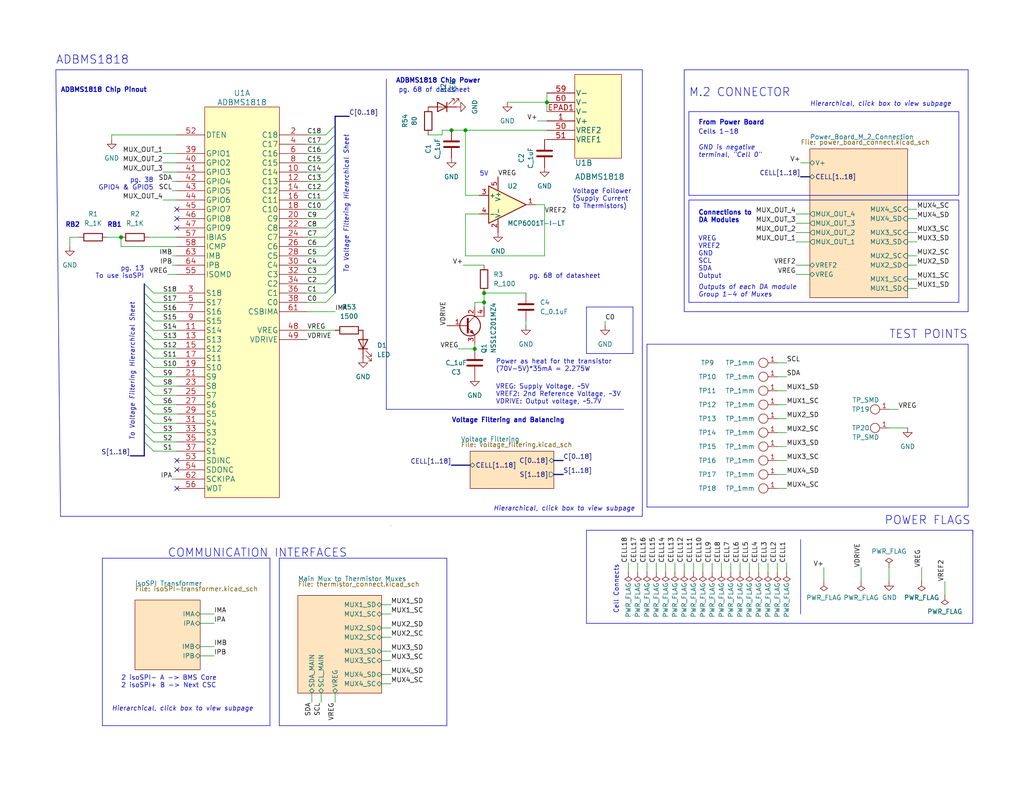
<source format=kicad_sch>
(kicad_sch (version 20231120) (generator "eeschema") (generator_version "8.0")
  (paper "A")
  (title_block (title "MkVI BMS Cell Supervisory Circuit") (date "2022-12-04") (rev "0") (company "Olin Electric Motorsports") (comment 1 "Melissa Kazazic and Dasha Chadiuk"))
  (junction (at 33.02 64.77))
  (junction (at 132.08 82.55))
  (junction (at 123.19 35.56))
  (junction (at 127 35.56))
  (junction (at 129.54 95.25))
  (junction (at 149.225 27.94))
  (junction (at 132.08 80.01))
  (no_connect (at 48.26 57.15))
  (no_connect (at 48.26 59.69))
  (no_connect (at 48.26 62.23))
  (no_connect (at 48.26 133.35))
  (no_connect (at 48.26 125.73))
  (no_connect (at 48.26 128.27))
  (bus_entry (at 91.44 64.77) (size -2.54 2.54))
  (bus_entry (at 39.37 100.33) (size 2.54 2.54))
  (bus_entry (at 91.44 54.61) (size -2.54 2.54))
  (bus_entry (at 91.44 39.37) (size -2.54 2.54))
  (bus_entry (at 91.44 46.99) (size -2.54 2.54))
  (bus_entry (at 91.44 59.69) (size -2.54 2.54))
  (bus_entry (at 39.37 118.11) (size 2.54 2.54))
  (bus_entry (at 39.37 82.55) (size 2.54 2.54))
  (bus_entry (at 39.37 85.09) (size 2.54 2.54))
  (bus_entry (at 39.37 113.03) (size 2.54 2.54))
  (bus_entry (at 91.44 44.45) (size -2.54 2.54))
  (bus_entry (at 91.44 77.47) (size -2.54 2.54))
  (bus_entry (at 91.44 72.39) (size -2.54 2.54))
  (bus_entry (at 91.44 41.91) (size -2.54 2.54))
  (bus_entry (at 91.44 62.23) (size -2.54 2.54))
  (bus_entry (at 39.37 77.47) (size 2.54 2.54))
  (bus_entry (at 39.37 120.65) (size 2.54 2.54))
  (bus_entry (at 39.37 110.49) (size 2.54 2.54))
  (bus_entry (at 39.37 107.95) (size 2.54 2.54))
  (bus_entry (at 39.37 95.25) (size 2.54 2.54))
  (bus_entry (at 91.44 52.07) (size -2.54 2.54))
  (bus_entry (at 39.37 105.41) (size 2.54 2.54))
  (bus_entry (at 91.44 57.15) (size -2.54 2.54))
  (bus_entry (at 39.37 90.17) (size 2.54 2.54))
  (bus_entry (at 39.37 87.63) (size 2.54 2.54))
  (bus_entry (at 39.37 102.87) (size 2.54 2.54))
  (bus_entry (at 91.44 80.01) (size -2.54 2.54))
  (bus_entry (at 91.44 34.29) (size -2.54 2.54))
  (bus_entry (at 91.44 67.31) (size -2.54 2.54))
  (bus_entry (at 91.44 74.93) (size -2.54 2.54))
  (bus_entry (at 39.37 92.71) (size 2.54 2.54))
  (bus_entry (at 91.44 69.85) (size -2.54 2.54))
  (bus_entry (at 39.37 80.01) (size 2.54 2.54))
  (bus_entry (at 39.37 115.57) (size 2.54 2.54))
  (bus_entry (at 91.44 36.83) (size -2.54 2.54))
  (bus_entry (at 39.37 97.79) (size 2.54 2.54))
  (bus_entry (at 91.44 49.53) (size -2.54 2.54))
  (wire (pts (xy 247.65 63.5) (xy 250.19 63.5)))
  (wire (pts (xy 217.17 72.39) (xy 220.98 72.39)))
  (bus (pts (xy 220.98 48.26) (xy 218.44 48.26)))
  (wire (pts (xy 149.225 25.4) (xy 149.225 27.94)))
  (wire (pts (xy 30.48 36.83) (xy 48.26 36.83)))
  (wire (pts (xy 212.09 99.06) (xy 214.63 99.06)))
  (bus (pts (xy 39.37 118.11) (xy 39.37 120.65)))
  (wire (pts (xy 21.59 64.77) (xy 19.05 64.77)))
  (wire (pts (xy 83.82 74.93) (xy 88.9 74.93)))
  (wire (pts (xy 247.65 72.39) (xy 250.19 72.39)))
  (wire (pts (xy 212.09 102.87) (xy 214.63 102.87)))
  (wire (pts (xy 54.61 176.53) (xy 58.42 176.53)))
  (wire (pts (xy 83.82 69.85) (xy 88.9 69.85)))
  (wire (pts (xy 247.65 59.69) (xy 250.19 59.69)))
  (polyline (pts (xy 73.66 198.12) (xy 73.66 152.4)))
  (wire (pts (xy 41.91 123.19) (xy 48.26 123.19)))
  (wire (pts (xy 41.91 95.25) (xy 48.26 95.25)))
  (wire (pts (xy 85.09 189.23) (xy 85.09 191.77)))
  (polyline (pts (xy 261.62 82.55) (xy 261.62 54.61)))
  (wire (pts (xy 41.91 97.79) (xy 48.26 97.79)))
  (wire (pts (xy 83.82 52.07) (xy 88.9 52.07)))
  (bus (pts (xy 35.56 124.46) (xy 39.37 124.46)))
  (wire (pts (xy 191.77 153.67) (xy 191.77 156.21)))
  (wire (pts (xy 217.17 66.04) (xy 220.98 66.04)))
  (wire (pts (xy 176.53 153.67) (xy 176.53 156.21)))
  (wire (pts (xy 212.09 106.68) (xy 214.63 106.68)))
  (wire (pts (xy 247.65 66.04) (xy 250.19 66.04)))
  (wire (pts (xy 41.91 100.33) (xy 48.26 100.33)))
  (bus (pts (xy 39.37 95.25) (xy 39.37 97.79)))
  (wire (pts (xy 83.82 59.69) (xy 88.9 59.69)))
  (bus (pts (xy 91.44 34.29) (xy 91.44 36.83)))
  (wire (pts (xy 83.82 82.55) (xy 88.9 82.55)))
  (wire (pts (xy 132.08 83.82) (xy 132.08 82.55)))
  (bus (pts (xy 39.37 82.55) (xy 39.37 80.01)))
  (wire (pts (xy 127 53.34) (xy 130.81 53.34)))
  (bus (pts (xy 91.44 77.47) (xy 91.44 80.01)))
  (wire (pts (xy 127 35.56) (xy 127 53.34)))
  (polyline (pts (xy 113.03 19.05) (xy 175.26 19.05)))
  (bus (pts (xy 91.44 39.37) (xy 91.44 41.91)))
  (wire (pts (xy 251.46 158.75) (xy 251.46 154.94)))
  (polyline (pts (xy 187.96 30.48) (xy 187.96 53.34)))
  (wire (pts (xy 242.57 154.94) (xy 242.57 158.75)))
  (bus (pts (xy 91.44 69.85) (xy 91.44 72.39)))
  (wire (pts (xy 41.91 87.63) (xy 48.26 87.63)))
  (wire (pts (xy 83.82 41.91) (xy 88.9 41.91)))
  (wire (pts (xy 41.91 80.01) (xy 48.26 80.01)))
  (polyline (pts (xy 264.16 19.05) (xy 264.16 85.09)))
  (wire (pts (xy 212.09 153.67) (xy 212.09 156.21)))
  (bus (pts (xy 39.37 105.41) (xy 39.37 107.95)))
  (wire (pts (xy 125.095 95.25) (xy 129.54 95.25)))
  (bus (pts (xy 39.37 115.57) (xy 39.37 118.11)))
  (wire (pts (xy 83.82 62.23) (xy 88.9 62.23)))
  (bus (pts (xy 91.44 31.75) (xy 91.44 34.29)))
  (bus (pts (xy 91.44 57.15) (xy 91.44 59.69)))
  (wire (pts (xy 41.91 82.55) (xy 48.26 82.55)))
  (wire (pts (xy 29.21 64.77) (xy 33.02 64.77)))
  (wire (pts (xy 247.65 78.74) (xy 250.19 78.74)))
  (wire (pts (xy 247.65 57.15) (xy 250.19 57.15)))
  (wire (pts (xy 199.39 153.67) (xy 199.39 156.21)))
  (bus (pts (xy 91.44 52.07) (xy 91.44 54.61)))
  (wire (pts (xy 217.17 60.96) (xy 220.98 60.96)))
  (polyline (pts (xy 76.2 152.4) (xy 76.2 198.12)))
  (wire (pts (xy 165.1 87.63) (xy 165.1 88.9)))
  (polyline (pts (xy 176.53 93.98) (xy 176.53 138.43)))
  (wire (pts (xy 127 58.42) (xy 130.81 58.42)))
  (wire (pts (xy 91.44 191.77) (xy 91.44 189.23)))
  (wire (pts (xy 19.05 64.77) (xy 19.05 67.31)))
  (wire (pts (xy 33.02 67.31) (xy 33.02 64.77)))
  (bus (pts (xy 91.44 36.83) (xy 91.44 39.37)))
  (wire (pts (xy 46.99 130.81) (xy 48.26 130.81)))
  (wire (pts (xy 46.99 69.85) (xy 48.26 69.85)))
  (wire (pts (xy 123.19 35.56) (xy 127 35.56)))
  (polyline (pts (xy 160.02 83.82) (xy 160.02 96.52)))
  (polyline (pts (xy 186.69 19.05) (xy 186.69 85.09)))
  (wire (pts (xy 234.95 158.75) (xy 234.95 154.94)))
  (polyline (pts (xy 187.96 54.61) (xy 187.96 82.55)))
  (wire (pts (xy 104.14 180.34) (xy 106.68 180.34)))
  (wire (pts (xy 148.59 55.88) (xy 148.59 69.85)))
  (wire (pts (xy 247.65 116.84) (xy 242.57 116.84)))
  (polyline (pts (xy 160.02 144.78) (xy 160.02 170.18)))
  (polyline (pts (xy 76.2 152.4) (xy 121.92 152.4)))
  (polyline (pts (xy 265.43 144.78) (xy 265.43 170.18)))
  (wire (pts (xy 212.09 121.92) (xy 214.63 121.92)))
  (polyline (pts (xy 265.43 144.78) (xy 265.43 146.05)))
  (wire (pts (xy 207.01 153.67) (xy 207.01 156.21)))
  (polyline (pts (xy 261.62 53.34) (xy 261.62 30.48)))
  (wire (pts (xy 214.63 153.67) (xy 214.63 156.21)))
  (bus (pts (xy 39.37 100.33) (xy 39.37 102.87)))
  (polyline (pts (xy 187.96 82.55) (xy 261.62 82.55)))
  (wire (pts (xy 212.09 114.3) (xy 214.63 114.3)))
  (polyline (pts (xy 15.24 19.05) (xy 113.03 19.05)))
  (wire (pts (xy 46.99 52.07) (xy 48.26 52.07)))
  (wire (pts (xy 217.17 74.93) (xy 220.98 74.93)))
  (wire (pts (xy 143.51 87.63) (xy 143.51 88.9)))
  (polyline (pts (xy 105.41 21.59) (xy 105.41 105.41)))
  (wire (pts (xy 41.91 105.41) (xy 48.26 105.41)))
  (wire (pts (xy 54.61 170.18) (xy 58.42 170.18)))
  (wire (pts (xy 83.82 77.47) (xy 88.9 77.47)))
  (bus (pts (xy 151.13 125.73) (xy 153.67 125.73)))
  (polyline (pts (xy 27.94 152.4) (xy 27.94 198.12)))
  (wire (pts (xy 127 58.42) (xy 127 69.85)))
  (bus (pts (xy 91.44 64.77) (xy 91.44 67.31)))
  (polyline (pts (xy 264.16 85.09) (xy 186.69 85.09)))
  (wire (pts (xy 46.99 49.53) (xy 48.26 49.53)))
  (polyline (pts (xy 218.44 147.32) (xy 218.44 167.64)))
  (wire (pts (xy 212.09 133.35) (xy 214.63 133.35)))
  (wire (pts (xy 41.91 90.17) (xy 48.26 90.17)))
  (wire (pts (xy 104.14 186.69) (xy 106.68 186.69)))
  (wire (pts (xy 126.365 72.39) (xy 132.08 72.39)))
  (bus (pts (xy 91.44 67.31) (xy 91.44 69.85)))
  (wire (pts (xy 127 69.85) (xy 148.59 69.85)))
  (wire (pts (xy 257.81 162.56) (xy 257.81 158.75)))
  (polyline (pts (xy 264.16 93.98) (xy 264.16 138.43)))
  (wire (pts (xy 132.08 80.01) (xy 132.08 82.55)))
  (wire (pts (xy 41.91 118.11) (xy 48.26 118.11)))
  (wire (pts (xy 245.11 111.76) (xy 242.57 111.76)))
  (wire (pts (xy 196.85 153.67) (xy 196.85 156.21)))
  (wire (pts (xy 120.65 35.56) (xy 123.19 35.56)))
  (wire (pts (xy 104.14 165.1) (xy 106.68 165.1)))
  (bus (pts (xy 91.44 59.69) (xy 91.44 62.23)))
  (wire (pts (xy 181.61 153.67) (xy 181.61 156.21)))
  (bus (pts (xy 91.44 62.23) (xy 91.44 64.77)))
  (polyline (pts (xy 187.96 53.34) (xy 261.62 53.34)))
  (bus (pts (xy 39.37 92.71) (xy 39.37 95.25)))
  (wire (pts (xy 91.44 85.09) (xy 83.82 85.09)))
  (wire (pts (xy 83.82 36.83) (xy 88.9 36.83)))
  (wire (pts (xy 83.82 67.31) (xy 88.9 67.31)))
  (bus (pts (xy 39.37 85.09) (xy 39.37 87.63)))
  (wire (pts (xy 104.14 184.15) (xy 106.68 184.15)))
  (wire (pts (xy 83.82 46.99) (xy 88.9 46.99)))
  (bus (pts (xy 39.37 87.63) (xy 39.37 90.17)))
  (wire (pts (xy 212.09 129.54) (xy 214.63 129.54)))
  (wire (pts (xy 41.91 102.87) (xy 48.26 102.87)))
  (polyline (pts (xy 27.94 152.4) (xy 73.66 152.4)))
  (wire (pts (xy 41.91 85.09) (xy 48.26 85.09)))
  (bus (pts (xy 39.37 124.46) (xy 39.37 120.65)))
  (polyline (pts (xy 106.68 143.51) (xy 106.68 143.51)))
  (wire (pts (xy 45.72 74.93) (xy 48.26 74.93)))
  (polyline (pts (xy 105.41 105.41) (xy 105.41 111.76)))
  (wire (pts (xy 83.82 44.45) (xy 88.9 44.45)))
  (wire (pts (xy 40.64 64.77) (xy 48.26 64.77)))
  (bus (pts (xy 39.37 113.03) (xy 39.37 115.57)))
  (wire (pts (xy 212.09 118.11) (xy 214.63 118.11)))
  (wire (pts (xy 146.05 55.88) (xy 148.59 55.88)))
  (wire (pts (xy 212.09 125.73) (xy 214.63 125.73)))
  (wire (pts (xy 149.225 27.94) (xy 138.43 27.94)))
  (wire (pts (xy 201.93 153.67) (xy 201.93 156.21)))
  (wire (pts (xy 149.225 27.94) (xy 149.225 30.48)))
  (wire (pts (xy 173.99 153.67) (xy 173.99 156.21)))
  (bus (pts (xy 91.44 44.45) (xy 91.44 46.99)))
  (wire (pts (xy 44.45 54.61) (xy 48.26 54.61)))
  (wire (pts (xy 41.91 120.65) (xy 48.26 120.65)))
  (wire (pts (xy 41.91 115.57) (xy 48.26 115.57)))
  (wire (pts (xy 44.45 44.45) (xy 48.26 44.45)))
  (wire (pts (xy 44.45 46.99) (xy 48.26 46.99)))
  (polyline (pts (xy 265.43 170.18) (xy 160.02 170.18)))
  (wire (pts (xy 54.61 179.07) (xy 58.42 179.07)))
  (polyline (pts (xy 175.26 19.05) (xy 175.26 140.97)))
  (polyline (pts (xy 186.69 19.05) (xy 264.16 19.05)))
  (wire (pts (xy 104.14 171.45) (xy 106.68 171.45)))
  (wire (pts (xy 83.82 80.01) (xy 88.9 80.01)))
  (wire (pts (xy 83.82 64.77) (xy 88.9 64.77)))
  (wire (pts (xy 217.17 58.42) (xy 220.98 58.42)))
  (wire (pts (xy 46.99 72.39) (xy 48.26 72.39)))
  (wire (pts (xy 217.17 63.5) (xy 220.98 63.5)))
  (wire (pts (xy 132.08 82.55) (xy 129.54 82.55)))
  (wire (pts (xy 189.23 153.67) (xy 189.23 156.21)))
  (wire (pts (xy 204.47 153.67) (xy 204.47 156.21)))
  (wire (pts (xy 218.44 44.45) (xy 220.98 44.45)))
  (wire (pts (xy 116.84 36.83) (xy 120.65 36.83)))
  (polyline (pts (xy 160.02 144.78) (xy 265.43 144.78)))
  (polyline (pts (xy 264.16 138.43) (xy 176.53 138.43)))
  (bus (pts (xy 39.37 110.49) (xy 39.37 113.03)))
  (wire (pts (xy 186.69 153.67) (xy 186.69 156.21)))
  (wire (pts (xy 104.14 177.8) (xy 106.68 177.8)))
  (bus (pts (xy 91.44 49.53) (xy 91.44 52.07)))
  (polyline (pts (xy 187.96 54.61) (xy 261.62 54.61)))
  (wire (pts (xy 171.45 153.67) (xy 171.45 156.21)))
  (wire (pts (xy 194.31 153.67) (xy 194.31 156.21)))
  (wire (pts (xy 148.59 38.1) (xy 149.225 38.1)))
  (wire (pts (xy 209.55 153.67) (xy 209.55 156.21)))
  (bus (pts (xy 91.44 54.61) (xy 91.44 57.15)))
  (wire (pts (xy 41.91 113.03) (xy 48.26 113.03)))
  (polyline (pts (xy 121.92 198.12) (xy 121.92 152.4)))
  (wire (pts (xy 48.26 67.31) (xy 33.02 67.31)))
  (wire (pts (xy 83.82 57.15) (xy 88.9 57.15)))
  (polyline (pts (xy 176.53 93.98) (xy 264.16 93.98)))
  (wire (pts (xy 146.685 33.02) (xy 149.225 33.02)))
  (polyline (pts (xy 16.51 140.97) (xy 15.24 19.05)))
  (wire (pts (xy 127 35.56) (xy 149.225 35.56)))
  (bus (pts (xy 91.44 74.93) (xy 91.44 77.47)))
  (wire (pts (xy 247.65 76.2) (xy 250.19 76.2)))
  (wire (pts (xy 104.14 173.99) (xy 106.68 173.99)))
  (polyline (pts (xy 172.72 83.82) (xy 172.72 96.52)))
  (wire (pts (xy 54.61 167.64) (xy 58.42 167.64)))
  (bus (pts (xy 39.37 107.95) (xy 39.37 110.49)))
  (wire (pts (xy 247.65 69.85) (xy 250.19 69.85)))
  (wire (pts (xy 41.91 92.71) (xy 48.26 92.71)))
  (wire (pts (xy 41.91 107.95) (xy 48.26 107.95)))
  (wire (pts (xy 87.63 189.23) (xy 87.63 191.77)))
  (polyline (pts (xy 105.41 111.76) (xy 170.18 111.76)))
  (wire (pts (xy 212.09 110.49) (xy 214.63 110.49)))
  (bus (pts (xy 151.13 129.54) (xy 153.67 129.54)))
  (bus (pts (xy 91.44 72.39) (xy 91.44 74.93)))
  (bus (pts (xy 39.37 77.47) (xy 39.37 80.01)))
  (wire (pts (xy 120.65 36.83) (xy 120.65 35.56)))
  (bus (pts (xy 39.37 102.87) (xy 39.37 105.41)))
  (polyline (pts (xy 175.26 140.97) (xy 16.51 140.97)))
  (wire (pts (xy 30.48 36.83) (xy 30.48 38.1)))
  (wire (pts (xy 83.82 39.37) (xy 88.9 39.37)))
  (bus (pts (xy 39.37 82.55) (xy 39.37 85.09)))
  (polyline (pts (xy 160.02 83.82) (xy 172.72 83.82)))
  (wire (pts (xy 83.82 49.53) (xy 88.9 49.53)))
  (wire (pts (xy 104.14 167.64) (xy 106.68 167.64)))
  (wire (pts (xy 224.79 158.75) (xy 224.79 154.94)))
  (polyline (pts (xy 172.72 96.52) (xy 160.02 96.52)))
  (wire (pts (xy 184.15 153.67) (xy 184.15 156.21)))
  (wire (pts (xy 83.82 54.61) (xy 88.9 54.61)))
  (polyline (pts (xy 27.94 198.12) (xy 73.66 198.12)))
  (wire (pts (xy 129.54 95.25) (xy 129.54 93.98)))
  (bus (pts (xy 95.25 31.75) (xy 91.44 31.75)))
  (wire (pts (xy 179.07 153.67) (xy 179.07 156.21)))
  (bus (pts (xy 123.19 127) (xy 128.27 127)))
  (bus (pts (xy 39.37 90.17) (xy 39.37 92.71)))
  (wire (pts (xy 129.54 82.55) (xy 129.54 83.82)))
  (wire (pts (xy 132.08 80.01) (xy 143.51 80.01)))
  (polyline (pts (xy 76.2 198.12) (xy 121.92 198.12)))
  (wire (pts (xy 41.91 110.49) (xy 48.26 110.49)))
  (bus (pts (xy 91.44 46.99) (xy 91.44 49.53)))
  (bus (pts (xy 91.44 41.91) (xy 91.44 44.45)))
  (bus (pts (xy 39.37 97.79) (xy 39.37 100.33)))
  (wire (pts (xy 83.82 72.39) (xy 88.9 72.39)))
  (wire (pts (xy 83.82 90.17) (xy 91.44 90.17)))
  (wire (pts (xy 44.45 41.91) (xy 48.26 41.91)))
  (polyline (pts (xy 187.96 30.48) (xy 261.62 30.48)))
  (text "pg. 13\nTo use isoSPI" (at 39.37 76.2 0) (effects (font (size 1.27 1.27)) (justify right bottom)))
  (text "5V" (at 130.81 48.26 0) (effects (font (size 1.27 1.27)) (justify left bottom)))
  (text "Hierarchical, click box to view subpage" (at 134.62 139.7 0) (effects (font (size 1.27 1.27) (italic yes)) (justify left bottom)))
  (text "From Power Board" (at 190.5 34.29 0) (effects (font (size 1.27 1.27) (thickness 0.254) (bold yes)) (justify left bottom)))
  (text "Power as heat for the transistor\n(70V-5V)*35mA = 2.275W" (at 135.255 101.6 0) (effects (font (size 1.27 1.27)) (justify left bottom)))
  (text "pg. 68 of datasheet" (at 128.27 25.4 0) (effects (font (size 1.27 1.27)) (justify right bottom)))
  (text "Cells 1-18" (at 190.5 36.83 0) (effects (font (size 1.27 1.27)) (justify left bottom)))
  (text "ADBMS1818 Chip Pinout" (at 16.51 25.4 0) (effects (font (size 1.27 1.27) (thickness 0.254) (bold yes)) (justify left bottom)))
  (text "Outputs of each DA module\nGroup 1-4 of Muxes" (at 190.5 81.28 0) (effects (font (size 1.27 1.27) (italic yes)) (justify left bottom)))
  (text "pg. 68 of datasheet" (at 163.83 76.2 0) (effects (font (size 1.27 1.27)) (justify right bottom)))
  (text "RB2" (at 17.78 62.23 0) (effects (font (size 1.27 1.27) (thickness 0.254) (bold yes)) (justify left bottom)))
  (text "2 isoSPI- A -> BMS Core\n2 isoSPI+ B -> Next CSC" (at 33.02 187.96 0) (effects (font (size 1.27 1.27)) (justify left bottom)))
  (text "COMMUNICATION INTERFACES" (at 45.72 152.4 0) (effects (font (size 2.2606 2.2606)) (justify left bottom)))
  (text "Voltage Filtering and Balancing" (at 123.19 115.57 0) (effects (font (size 1.27 1.27) (thickness 0.254) (bold yes)) (justify left bottom)))
  (text "Hierarchical, click box to view subpage" (at 30.48 194.31 0) (effects (font (size 1.27 1.27) (italic yes)) (justify left bottom)))
  (text "Voltage Follower\n(Supply Current\nto Thermistors)" (at 156.21 57.15 0) (effects (font (size 1.27 1.27)) (justify left bottom)))
  (text "ADBMS1818 Chip Power" (at 107.95 22.86 0) (effects (font (size 1.27 1.27) (thickness 0.254) (bold yes)) (justify left bottom)))
  (text "VREG\nVREF2\nGND\nSCL\nSDA\nOutput" (at 190.5 76.2 0) (effects (font (size 1.27 1.27)) (justify left bottom)))
  (text "VREG: Supply Voltage, ~5V\nVREF2: 2nd Reference Voltage, ~3V\nVDRIVE: Output voltage, ~5.7V" (at 135.255 110.49 0) (effects (font (size 1.27 1.27)) (justify left bottom)))
  (text "pg. 38\nGPIO4 & GPIO5" (at 41.91 52.07 0) (effects (font (size 1.27 1.27)) (justify right bottom)))
  (text "Connections to\nDA Modules" (at 190.5 60.96 0) (effects (font (size 1.27 1.27) (thickness 0.254) (bold yes)) (justify left bottom)))
  (text "To Voltage Filtering Hierarchical Sheet" (at 36.83 82.55 90) (effects (font (size 1.27 1.27) (italic yes)) (justify right bottom)))
  (text "Hierarchical, click box to view subpage" (at 220.98 29.21 0) (effects (font (size 1.27 1.27) (italic yes)) (justify left bottom)))
  (text "To Voltage Filtering Hierarchical Sheet" (at 95.25 36.83 90) (effects (font (size 1.27 1.27) (italic yes)) (justify right bottom)))
  (text "ADBMS1818" (at 15.24 17.78 0) (effects (font (size 2.2606 2.2606)) (justify left bottom)))
  (text "Cell Connects" (at 168.91 167.64 90) (effects (font (size 1.27 1.27)) (justify left bottom)))
  (text "RB1" (at 29.21 62.23 0) (effects (font (size 1.27 1.27) (thickness 0.254) (bold yes)) (justify left bottom)))
  (text "POWER FLAGS\n" (at 241.3 143.51 0) (effects (font (size 2.2606 2.2606)) (justify left bottom)))
  (text "M.2 CONNECTOR" (at 187.96 26.67 0) (effects (font (size 2.2606 2.2606)) (justify left bottom)))
  (text "GND is negative\nterminal, \"Cell 0\"" (at 190.5 43.18 0) (effects (font (size 1.27 1.27) (italic yes)) (justify left bottom)))
  (text "TEST POINTS" (at 242.57 92.71 0) (effects (font (size 2.2606 2.2606)) (justify left bottom)))
  (label "VREG" (at 251.46 154.94 90))
  (label "VREG" (at 125.095 95.25 180))
  (label "C3" (at 83.82 74.93 0))
  (label "V+" (at 126.365 72.39 180))
  (label "SDA" (at 85.09 191.77 270))
  (label "IMA" (at 91.44 85.09 0))
  (label "S7" (at 44.45 107.95 0))
  (label "CELL17" (at 173.99 153.67 90))
  (label "MUX2_SC" (at 214.63 118.11 0))
  (label "MUX_OUT_4" (at 44.45 54.61 180))
  (label "MUX_OUT_3" (at 44.45 46.99 180))
  (label "CELL6" (at 201.93 153.67 90))
  (label "VDRIVE" (at 121.92 88.9 90))
  (label "MUX_OUT_1" (at 217.17 66.04 180))
  (label "IPA" (at 46.99 130.81 180))
  (label "S3" (at 44.45 118.11 0))
  (label "VREG" (at 245.11 111.76 0))
  (label "CELL2" (at 212.09 153.67 90))
  (label "VDRIVE" (at 234.95 154.94 90))
  (label "C4" (at 83.82 72.39 0))
  (label "IMA" (at 58.42 167.64 0))
  (label "S10" (at 44.45 100.33 0))
  (label "C2" (at 83.82 77.47 0))
  (label "CELL13" (at 184.15 153.67 90))
  (label "VREF2" (at 257.81 158.75 90))
  (label "MUX1_SC" (at 106.68 167.64 0))
  (label "MUX1_SC" (at 250.19 76.2 0))
  (label "C11" (at 83.82 54.61 0))
  (label "MUX1_SD" (at 106.68 165.1 0))
  (label "MUX2_SC" (at 250.19 69.85 0))
  (label "MUX3_SC" (at 214.63 125.73 0))
  (label "CELL9" (at 194.31 153.67 90))
  (label "C1" (at 83.82 80.01 0))
  (label "VREG" (at 217.17 74.93 180))
  (label "CELL8" (at 196.85 153.67 90))
  (label "CELL3" (at 209.55 153.67 90))
  (label "VREG" (at 135.89 48.26 0))
  (label "VREG" (at 91.44 191.77 270))
  (label "S12" (at 44.45 95.25 0))
  (label "CELL1" (at 214.63 153.67 90))
  (label "MUX4_SD" (at 106.68 184.15 0))
  (label "C15" (at 83.82 44.45 0))
  (label "MUX4_SD" (at 214.63 129.54 0))
  (label "S17" (at 44.45 82.55 0))
  (label "S11" (at 44.45 97.79 0))
  (label "C0" (at 83.82 82.55 0))
  (label "MUX3_SD" (at 214.63 121.92 0))
  (label "MUX2_SD" (at 214.63 114.3 0))
  (label "C13" (at 83.82 49.53 0))
  (label "S1" (at 44.45 123.19 0))
  (label "IPA" (at 58.42 170.18 0))
  (label "VREG" (at 45.72 74.93 180))
  (label "CELL12" (at 186.69 153.67 90))
  (label "C9" (at 83.82 59.69 0))
  (label "VREF2" (at 148.59 58.42 0))
  (label "SCL" (at 214.63 99.06 0))
  (label "MUX_OUT_3" (at 217.17 60.96 180))
  (label "C16" (at 83.82 41.91 0))
  (label "C6" (at 83.82 67.31 0))
  (label "VDRIVE" (at 83.82 92.71 0))
  (label "SCL" (at 87.63 191.77 270))
  (label "MUX_OUT_2" (at 217.17 63.5 180))
  (label "C5" (at 83.82 69.85 0))
  (label "V+" (at 218.44 44.45 180))
  (label "VREG" (at 83.82 90.17 0))
  (label "C10" (at 83.82 57.15 0))
  (label "C0" (at 165.1 87.63 0))
  (label "CELL14" (at 181.61 153.67 90))
  (label "IPB" (at 58.42 179.07 0))
  (label "MUX3_SD" (at 250.19 66.04 0))
  (label "MUX2_SC" (at 106.68 173.99 0))
  (label "C[0..18]" (at 153.67 125.73 0))
  (label "S[1..18]" (at 35.56 124.46 180))
  (label "CELL7" (at 199.39 153.67 90))
  (label "MUX4_SC" (at 106.68 186.69 0))
  (label "CELL10" (at 191.77 153.67 90))
  (label "S8" (at 44.45 105.41 0))
  (label "S5" (at 44.45 113.03 0))
  (label "IMB" (at 46.99 69.85 180))
  (label "MUX_OUT_4" (at 217.17 58.42 180))
  (label "CELL18" (at 171.45 153.67 90))
  (label "MUX_OUT_1" (at 44.45 41.91 180))
  (label "CELL5" (at 204.47 153.67 90))
  (label "S[1..18]" (at 153.67 129.54 0))
  (label "C8" (at 83.82 62.23 0))
  (label "SDA" (at 214.63 102.87 0))
  (label "MUX3_SD" (at 106.68 177.8 0))
  (label "S15" (at 44.45 87.63 0))
  (label "C[0..18]" (at 95.25 31.75 0))
  (label "S16" (at 44.45 85.09 0))
  (label "S4" (at 44.45 115.57 0))
  (label "CELL[1..18]" (at 123.19 127 180))
  (label "S13" (at 44.45 92.71 0))
  (label "SDA" (at 46.99 49.53 180))
  (label "S6" (at 44.45 110.49 0))
  (label "MUX3_SC" (at 250.19 63.5 0))
  (label "MUX1_SD" (at 214.63 106.68 0))
  (label "MUX2_SD" (at 250.19 72.39 0))
  (label "MUX4_SC" (at 214.63 133.35 0))
  (label "MUX4_SD" (at 250.19 59.69 0))
  (label "CELL4" (at 207.01 153.67 90))
  (label "S9" (at 44.45 102.87 0))
  (label "C18" (at 83.82 36.83 0))
  (label "CELL11" (at 189.23 153.67 90))
  (label "MUX1_SC" (at 214.63 110.49 0))
  (label "MUX2_SD" (at 106.68 171.45 0))
  (label "CELL15" (at 179.07 153.67 90))
  (label "CELL[1..18]" (at 218.44 48.26 180))
  (label "S14" (at 44.45 90.17 0))
  (label "MUX4_SC" (at 250.19 57.15 0))
  (label "C7" (at 83.82 64.77 0))
  (label "MUX1_SD" (at 250.19 78.74 0))
  (label "VREF2" (at 217.17 72.39 180))
  (label "C17" (at 83.82 39.37 0))
  (label "C14" (at 83.82 46.99 0))
  (label "MUX_OUT_2" (at 44.45 44.45 180))
  (label "MUX3_SC" (at 106.68 180.34 0))
  (label "S2" (at 44.45 120.65 0))
  (label "IMB" (at 58.42 176.53 0))
  (label "CELL16" (at 176.53 153.67 90))
  (label "SCL" (at 46.99 52.07 180))
  (label "V+" (at 146.685 33.02 180))
  (label "S18" (at 44.45 80.01 0))
  (label "C12" (at 83.82 52.07 0))
  (label "IPB" (at 46.99 72.39 180))
  (label "V+" (at 224.79 154.94 180))
  (symbol (lib_id "power:PWR_FLAG") (at 212.09 156.21 180) (unit 1)
    (property "Reference" "#FLG?" (effects (hide yes)))
    (property "Value" "PWR_FLAG" (at 212.09 163.83 90))
  )
  (symbol (lib_id "OEM:1KR") (at 36.83 64.77 90) (unit 1)
    (property "Reference" "R2" (at 36.83 58.42 90))
    (property "Value" "R_1K" (at 36.83 60.96 90))
    (property "Footprint" "OEM:R_0603" (effects (hide yes)))
    (property "Datasheet" "${OEM_DIR}/parts/datasheets/stackpole_RMCF_RMCP.pdf" (effects (hide yes)))
    (property "MFN" "Stackpole Electronics" (effects (hide yes)))
    (property "MPN" "RMCF0603FT1K00" (effects (hide yes)))
    (property "DKPN" "RMCF0603FT1K00TR-ND" (effects (hide yes)))
    (property "NewDesigns" "YES" (effects (hide yes)))
    (property "Stocked" "Reel" (effects (hide yes)))
    (property "Package" "0603" (effects (hide yes)))
    (property "Style" "SMD" (effects (hide yes)))
  )
  (symbol (lib_id "OEM:TP_1mm") (at 210.82 114.3 90) (unit 1) (in_bom no)
    (property "Reference" "TP13" (at 193.04 114.3 90))
    (property "Value" "TP_1mm" (at 201.93 114.3 90))
    (property "Footprint" "TestPoint:TestPoint_Pad_D1.0mm" (effects (hide yes)))
    (property "NewDesigns" "YES" (effects (hide yes)))
    (property "Package" "Custom" (effects (hide yes)))
    (property "Style" "SMD" (effects (hide yes)))
  )
  (symbol (lib_id "power:PWR_FLAG") (at 209.55 156.21 180) (unit 1)
    (property "Reference" "#FLG?" (effects (hide yes)))
    (property "Value" "PWR_FLAG" (at 209.55 163.83 90))
  )
  (symbol (lib_id "power:PWR_FLAG") (at 224.79 158.75 180) (unit 1)
    (property "Reference" "#FLG?" (effects (hide yes)))
    (property "Value" "PWR_FLAG" (at 224.79 163.1696 0))
  )
  (symbol (lib_id "power:GND") (at 138.43 27.94 0) (unit 1)
    (property "Reference" "#PWR?" (effects (hide yes)))
    (property "Value" "GND" (at 138.43 33.02 0))
  )
  (symbol (lib_id "power:PWR_FLAG") (at 184.15 156.21 180) (unit 1)
    (property "Reference" "#FLG?" (effects (hide yes)))
    (property "Value" "PWR_FLAG" (at 184.15 163.83 90))
  )
  (symbol (lib_name "GND_1") (lib_id "power:GND") (at 124.46 29.21 90) (unit 1)
    (property "Reference" "#PWR?" (effects (hide yes)))
    (property "Value" "GND" (at 129.54 29.21 0))
    (property "Description" "Power symbol creates a global label with name \"GND\" , ground" (effects (hide yes)))
  )
  (symbol (lib_id "power:GND") (at 148.59 45.72 0) (unit 1)
    (property "Reference" "#PWR?" (effects (hide yes)))
    (property "Value" "GND" (at 148.59 50.8 0))
  )
  (symbol (lib_id "power:GND") (at 19.05 67.31 0) (unit 1)
    (property "Reference" "#PWR?" (effects (hide yes)))
    (property "Value" "GND" (at 19.05 72.39 0))
  )
  (symbol (lib_id "OEM:ADBMS1818") (at 163.195 30.48 0) (unit 2)
    (property "Reference" "U1" (at 156.845 44.45 0) (effects (font (size 1.524 1.524)) (justify left)))
    (property "Value" "ADBMS1818" (at 156.845 48.26 0) (effects (font (size 1.524 1.524)) (justify left)))
    (property "Footprint" "footprints:LQFP-64-1EP_12x12_P0.5" (effects (hide yes)))
    (property "Datasheet" "https://www.analog.com/media/en/technical-documentation/data-sheets/adbms1818.pdf" (effects (hide yes)))
    (property "MPN" "ADBMS1818" (effects (hide yes)))
    (property "MFN" "Analog Devices" (effects (hide yes)))
    (property "DKPN" "SAMPLE" (effects (hide yes)))
    (property "Stocked" "No" (effects (hide yes)))
    (property "Package" "64-LQFP Exposed Pad" (effects (hide yes)))
    (property "Style" "SMD" (effects (hide yes)))
    (property "NewDesigns" "CHECK STOCK" (effects (hide yes)))
  )
  (symbol (lib_id "OEM:1KR") (at 25.4 64.77 90) (unit 1)
    (property "Reference" "R1" (at 25.4 58.42 90))
    (property "Value" "R_1K" (at 25.4 60.96 90))
    (property "Footprint" "OEM:R_0603" (effects (hide yes)))
    (property "Datasheet" "${OEM_DIR}/parts/datasheets/stackpole_RMCF_RMCP.pdf" (effects (hide yes)))
    (property "MFN" "Stackpole Electronics" (effects (hide yes)))
    (property "MPN" "RMCF0603FT1K00" (effects (hide yes)))
    (property "DKPN" "RMCF0603FT1K00TR-ND" (effects (hide yes)))
    (property "NewDesigns" "YES" (effects (hide yes)))
    (property "Stocked" "Reel" (effects (hide yes)))
    (property "Package" "0603" (effects (hide yes)))
    (property "Style" "SMD" (effects (hide yes)))
  )
  (symbol (lib_id "power:PWR_FLAG") (at 186.69 156.21 180) (unit 1)
    (property "Reference" "#FLG?" (effects (hide yes)))
    (property "Value" "PWR_FLAG" (at 186.69 163.83 90))
  )
  (symbol (lib_id "power:GND") (at 143.51 88.9 0) (unit 1)
    (property "Reference" "#PWR?" (effects (hide yes)))
    (property "Value" "GND" (at 143.51 93.98 0))
  )
  (symbol (lib_id "OEM:0u1F") (at 143.51 83.82 0) (unit 1)
    (property "Reference" "C4" (at 147.32 82.5499 0) (effects (justify left)))
    (property "Value" "C_0.1uF" (at 147.32 85.0899 0) (effects (justify left)))
    (property "Footprint" "OEM:C_0603" (effects (hide yes)))
    (property "Datasheet" "${OEM_DIR}/parts/datasheets/samsung_CL10B104KB8NNWC.pdf" (effects (hide yes)))
    (property "MFN" "Samsung Electro-Mechanics" (effects (hide yes)))
    (property "MPN" "CL10B104KB8NNWC" (effects (hide yes)))
    (property "DKPN" "1276-1935-2-ND" (effects (hide yes)))
    (property "Package" "0603" (effects (hide yes)))
    (property "Stocked" "Reel" (effects (hide yes)))
    (property "NewDesigns" "YES" (effects (hide yes)))
    (property "Style" "SMD" (effects (hide yes)))
  )
  (symbol (lib_id "OEM:NSS1C201MZ4") (at 127 88.9 0) (unit 1)
    (property "Reference" "Q1" (at 132.08 96.52 90) (effects (justify left)))
    (property "Value" "NSS1C201MZ4" (at 134.62 96.52 90) (effects (justify left)))
    (property "Footprint" "footprints:SOT-223" (effects (hide yes)))
    (property "Datasheet" "https://www.onsemi.com/pdf/datasheet/nss1c201mz4-d.pdf" (effects (hide yes)))
    (property "MPN" "NSS1C201MZ4" (effects (hide yes)))
    (property "MFN" "ON Semiconductor" (effects (hide yes)))
    (property "DKPN" "NSS1C201MZ4T3GOSCT-ND" (effects (hide yes)))
    (property "NewDesigns" "YES" (effects (hide yes)))
    (property "Stocked" "Tape" (effects (hide yes)))
    (property "Package" "SOT-223/TO-261" (effects (hide yes)))
    (property "Style" "SMD" (effects (hide yes)))
  )
  (symbol (lib_id "power:PWR_FLAG") (at 196.85 156.21 180) (unit 1)
    (property "Reference" "#FLG?" (effects (hide yes)))
    (property "Value" "PWR_FLAG" (at 196.85 163.83 90))
  )
  (symbol (lib_id "power:GND") (at 30.48 38.1 0) (unit 1)
    (property "Reference" "#PWR?" (effects (hide yes)))
    (property "Value" "GND" (at 30.48 43.18 0))
  )
  (symbol (lib_id "OEM:TP_1mm") (at 210.82 118.11 90) (unit 1) (in_bom no)
    (property "Reference" "TP14" (at 193.04 118.11 90))
    (property "Value" "TP_1mm" (at 201.93 118.11 90))
    (property "Footprint" "TestPoint:TestPoint_Pad_D1.0mm" (effects (hide yes)))
    (property "NewDesigns" "YES" (effects (hide yes)))
    (property "Package" "Custom" (effects (hide yes)))
    (property "Style" "SMD" (effects (hide yes)))
  )
  (symbol (lib_id "power:PWR_FLAG") (at 257.81 162.56 180) (unit 1)
    (property "Reference" "#FLG?" (effects (hide yes)))
    (property "Value" "PWR_FLAG" (at 257.81 166.9796 0))
  )
  (symbol (lib_id "OEM:MCP6001") (at 138.43 55.88 0) (unit 1)
    (property "Reference" "U2" (at 138.43 50.8 0) (effects (justify left)))
    (property "Value" "MCP6001T-I-LT" (at 138.43 60.96 0) (effects (justify left)))
    (property "Footprint" "Package_TO_SOT_SMD:SOT-353_SC-70-5" (effects (hide yes)))
    (property "Datasheet" "${OEM_DIR}/parts/datasheets/microchip_MCP600XX.pdf" (effects (hide yes)))
    (property "MFN" "Microchip" (effects (hide yes)))
    (property "MPN" "MCP6001T-I/OT" (effects (hide yes)))
    (property "DKPN" "MCP6001T-I/OTCT-ND" (effects (hide yes)))
    (property "Package" "SC-70-5" (effects (hide yes)))
    (property "NewDesigns" "YES" (effects (hide yes)))
    (property "Stocked" "Tape" (effects (hide yes)))
    (property "Style" "SMD" (effects (hide yes)))
  )
  (symbol (lib_id "power:PWR_FLAG") (at 242.57 154.94 0) (unit 1)
    (property "Reference" "#FLG?" (effects (hide yes)))
    (property "Value" "PWR_FLAG" (at 242.57 150.5204 0))
  )
  (symbol (lib_id "OEM:TP_1mm") (at 210.82 106.68 90) (unit 1) (in_bom no)
    (property "Reference" "TP11" (at 193.04 106.68 90))
    (property "Value" "TP_1mm" (at 201.93 106.68 90))
    (property "Footprint" "TestPoint:TestPoint_Pad_D1.0mm" (effects (hide yes)))
    (property "NewDesigns" "YES" (effects (hide yes)))
    (property "Package" "Custom" (effects (hide yes)))
    (property "Style" "SMD" (effects (hide yes)))
  )
  (symbol (lib_id "power:GND") (at 135.89 63.5 0) (unit 1)
    (property "Reference" "#PWR?" (effects (hide yes)))
    (property "Value" "GND" (at 135.89 68.58 0))
  )
  (symbol (lib_id "power:PWR_FLAG") (at 234.95 158.75 180) (unit 1)
    (property "Reference" "#FLG?" (effects (hide yes)))
    (property "Value" "PWR_FLAG" (at 234.95 163.1696 0))
  )
  (symbol (lib_id "OEM:TP_1mm") (at 210.82 133.35 90) (unit 1) (in_bom no)
    (property "Reference" "TP18" (at 193.04 133.35 90))
    (property "Value" "TP_1mm" (at 201.93 133.35 90))
    (property "Footprint" "TestPoint:TestPoint_Pad_D1.0mm" (effects (hide yes)))
    (property "NewDesigns" "YES" (effects (hide yes)))
    (property "Package" "Custom" (effects (hide yes)))
    (property "Style" "SMD" (effects (hide yes)))
  )
  (symbol (lib_id "OEM:TP_1mm") (at 210.82 102.87 90) (unit 1) (in_bom no)
    (property "Reference" "TP10" (at 193.04 102.87 90))
    (property "Value" "TP_1mm" (at 201.93 102.87 90))
    (property "Footprint" "TestPoint:TestPoint_Pad_D1.0mm" (effects (hide yes)))
    (property "NewDesigns" "YES" (effects (hide yes)))
    (property "Package" "Custom" (effects (hide yes)))
    (property "Style" "SMD" (effects (hide yes)))
  )
  (symbol (lib_id "Device:R") (at 116.84 33.02 180) (unit 1)
    (property "Reference" "R54" (at 110.49 33.02 90))
    (property "Value" "80" (at 113.03 33.02 90))
    (property "Footprint" "Resistor_SMD:R_0201_0603Metric" (effects (hide yes)))
    (property "Description" "Resistor" (effects (hide yes)))
  )
  (symbol (lib_id "power:PWR_FLAG") (at 201.93 156.21 180) (unit 1)
    (property "Reference" "#FLG?" (effects (hide yes)))
    (property "Value" "PWR_FLAG" (at 201.93 163.83 90))
  )
  (symbol (lib_id "power:PWR_FLAG") (at 207.01 156.21 180) (unit 1)
    (property "Reference" "#FLG?" (effects (hide yes)))
    (property "Value" "PWR_FLAG" (at 207.01 163.83 90))
  )
  (symbol (lib_id "power:PWR_FLAG") (at 189.23 156.21 180) (unit 1)
    (property "Reference" "#FLG?" (effects (hide yes)))
    (property "Value" "PWR_FLAG" (at 189.23 163.83 90))
  )
  (symbol (lib_id "power:GND") (at 165.1 88.9 0) (unit 1)
    (property "Reference" "#PWR?" (effects (hide yes)))
    (property "Value" "GND" (at 165.1 93.98 0))
  )
  (symbol (lib_id "power:PWR_FLAG") (at 251.46 158.75 180) (unit 1)
    (property "Reference" "#FLG?" (effects (hide yes)))
    (property "Value" "PWR_FLAG" (at 251.46 163.1696 0))
  )
  (symbol (lib_id "power:PWR_FLAG") (at 214.63 156.21 180) (unit 1)
    (property "Reference" "#FLG?" (effects (hide yes)))
    (property "Value" "PWR_FLAG" (at 214.63 163.83 90))
  )
  (symbol (lib_id "OEM:1uF") (at 123.19 39.37 180) (unit 1)
    (property "Reference" "C1" (at 116.84 40.64 90))
    (property "Value" "C_1uF" (at 119.38 40.64 90))
    (property "Footprint" "OEM:C_0603" (effects (hide yes)))
    (property "Datasheet" "https://media.digikey.com/pdf/Data%20Sheets/Samsung%20PDFs/CL10B105KA8NNNC_spec.pdf" (effects (hide yes)))
    (property "MFN" "Samsung Electro-Mechanics" (effects (hide yes)))
    (property "MPN" "CL10B105KA8NNNC" (effects (hide yes)))
    (property "DKPN" "1276-1184-2-ND" (effects (hide yes)))
    (property "Package" "0603" (effects (hide yes)))
    (property "Stocked" "Reel" (effects (hide yes)))
    (property "NewDesigns" "YES" (effects (hide yes)))
    (property "Style" "SMD" (effects (hide yes)))
  )
  (symbol (lib_id "OEM:TP_SMD") (at 241.3 111.76 90) (unit 1)
    (property "Reference" "TP19" (at 232.41 111.76 90) (effects (justify right)))
    (property "Value" "TP_SMD" (at 236.22 109.22 90))
    (property "Footprint" "footprints:Test_Point_SMD" (effects (hide yes)))
    (property "MPN" "5019" (effects (hide yes)))
    (property "MFN" "Keystone" (effects (hide yes)))
    (property "DKPN" "36-5019TR-ND" (effects (hide yes)))
    (property "NewDesigns" "YES" (effects (hide yes)))
    (property "Stocked" "Reel" (effects (hide yes)))
    (property "Package" "Custom" (effects (hide yes)))
    (property "Style" "SMD" (effects (hide yes)))
  )
  (symbol (lib_id "power:PWR_FLAG") (at 173.99 156.21 180) (unit 1)
    (property "Reference" "#FLG?" (effects (hide yes)))
    (property "Value" "PWR_FLAG" (at 173.99 163.83 90))
  )
  (symbol (lib_id "OEM:100R") (at 132.08 76.2 0) (unit 1)
    (property "Reference" "R3" (at 134.62 74.9299 0) (effects (justify left)))
    (property "Value" "R_100" (at 134.62 77.4699 0) (effects (justify left)))
    (property "Footprint" "Resistor_SMD:R_0805_2012Metric" (effects (hide yes)))
    (property "Datasheet" "${OEM_DIR}/parts/datasheets/stackpole_RMCF_RMCP.pdf" (effects (hide yes)))
    (property "MFN" "Stackpole Electronics" (effects (hide yes)))
    (property "MPN" "RMCF0603FT100R" (effects (hide yes)))
    (property "DKPN" "RMCF0603FT100RTR-ND" (effects (hide yes)))
    (property "NewDesigns" "YES" (effects (hide yes)))
    (property "Stocked" "Reel" (effects (hide yes)))
    (property "Package" "0603" (effects (hide yes)))
    (property "Style" "SMD" (effects (hide yes)))
  )
  (symbol (lib_id "Device:LED") (at 120.65 29.21 180) (unit 1)
    (property "Reference" "D2" (at 120.9674 25.4 90) (effects (justify right)))
    (property "Value" "LED" (at 123.5074 25.4 90) (effects (justify right)))
    (property "Footprint" "LED_SMD:LED_0201_0603Metric" (effects (hide yes)))
    (property "Description" "Light emitting diode" (effects (hide yes)))
  )
  (symbol (lib_id "OEM:TP_1mm") (at 210.82 129.54 90) (unit 1) (in_bom no)
    (property "Reference" "TP17" (at 193.04 129.54 90))
    (property "Value" "TP_1mm" (at 201.93 129.54 90))
    (property "Footprint" "TestPoint:TestPoint_Pad_D1.0mm" (effects (hide yes)))
    (property "NewDesigns" "YES" (effects (hide yes)))
    (property "Package" "Custom" (effects (hide yes)))
    (property "Style" "SMD" (effects (hide yes)))
  )
  (symbol (lib_id "power:GND") (at 123.19 43.18 0) (unit 1)
    (property "Reference" "#PWR?" (effects (hide yes)))
    (property "Value" "GND" (at 123.19 48.26 0))
  )
  (symbol (lib_id "OEM:1uF") (at 129.54 99.06 180) (unit 1)
    (property "Reference" "C3" (at 124.46 101.6 0))
    (property "Value" "C_1uF" (at 124.46 99.06 0))
    (property "Footprint" "OEM:C_0603" (effects (hide yes)))
    (property "Datasheet" "https://media.digikey.com/pdf/Data%20Sheets/Samsung%20PDFs/CL10B105KA8NNNC_spec.pdf" (effects (hide yes)))
    (property "MFN" "Samsung Electro-Mechanics" (effects (hide yes)))
    (property "MPN" "CL10B105KA8NNNC" (effects (hide yes)))
    (property "DKPN" "1276-1184-2-ND" (effects (hide yes)))
    (property "Package" "0603" (effects (hide yes)))
    (property "Stocked" "Reel" (effects (hide yes)))
    (property "NewDesigns" "YES" (effects (hide yes)))
    (property "Style" "SMD" (effects (hide yes)))
  )
  (symbol (lib_id "power:GND") (at 129.54 102.87 0) (unit 1)
    (property "Reference" "#PWR?" (effects (hide yes)))
    (property "Value" "GND" (at 129.54 107.95 0))
  )
  (symbol (lib_name "GND_1") (lib_id "power:GND") (at 99.06 97.79 0) (unit 1)
    (property "Reference" "#PWR?" (effects (hide yes)))
    (property "Value" "GND" (at 99.06 102.87 0))
    (property "Description" "Power symbol creates a global label with name \"GND\" , ground" (effects (hide yes)))
  )
  (symbol (lib_id "OEM:TP_1mm") (at 210.82 121.92 90) (unit 1) (in_bom no)
    (property "Reference" "TP15" (at 193.04 121.92 90))
    (property "Value" "TP_1mm" (at 201.93 121.92 90))
    (property "Footprint" "TestPoint:TestPoint_Pad_D1.0mm" (effects (hide yes)))
    (property "NewDesigns" "YES" (effects (hide yes)))
    (property "Package" "Custom" (effects (hide yes)))
    (property "Style" "SMD" (effects (hide yes)))
  )
  (symbol (lib_id "power:GND") (at 247.65 116.84 0) (unit 1)
    (property "Reference" "#PWR?" (effects (hide yes)))
    (property "Value" "GND" (at 247.65 121.92 0))
  )
  (symbol (lib_id "power:PWR_FLAG") (at 194.31 156.21 180) (unit 1)
    (property "Reference" "#FLG?" (effects (hide yes)))
    (property "Value" "PWR_FLAG" (at 194.31 163.83 90))
  )
  (symbol (lib_name "ADBMS1818_1") (lib_id "OEM:ADBMS1818") (at 66.04 72.39 0) (unit 1)
    (property "Reference" "U1" (at 66.04 25.4 0) (effects (font (size 1.524 1.524))))
    (property "Value" "ADBMS1818" (at 66.04 27.94 0) (effects (font (size 1.524 1.524))))
    (property "Footprint" "footprints:LQFP-64-1EP_12x12_P0.5" (effects (hide yes)))
    (property "Datasheet" "https://www.analog.com/media/en/technical-documentation/data-sheets/adbms1818.pdf" (effects (hide yes)))
    (property "MPN" "ADBMS1818" (effects (hide yes)))
    (property "MFN" "Analog Devices" (effects (hide yes)))
    (property "DKPN" "SAMPLE" (effects (hide yes)))
    (property "Stocked" "No" (effects (hide yes)))
    (property "Package" "64-LQFP Exposed Pad" (effects (hide yes)))
    (property "Style" "SMD" (effects (hide yes)))
    (property "NewDesigns" "CHECK STOCK" (effects (hide yes)))
  )
  (symbol (lib_id "power:PWR_FLAG") (at 191.77 156.21 180) (unit 1)
    (property "Reference" "#FLG?" (effects (hide yes)))
    (property "Value" "PWR_FLAG" (at 191.77 163.83 90))
  )
  (symbol (lib_id "power:PWR_FLAG") (at 171.45 156.21 180) (unit 1)
    (property "Reference" "#FLG?" (effects (hide yes)))
    (property "Value" "PWR_FLAG" (at 171.45 163.83 90))
  )
  (symbol (lib_id "OEM:TP_1mm") (at 210.82 110.49 90) (unit 1) (in_bom no)
    (property "Reference" "TP12" (at 193.04 110.49 90))
    (property "Value" "TP_1mm" (at 201.93 110.49 90))
    (property "Footprint" "TestPoint:TestPoint_Pad_D1.0mm" (effects (hide yes)))
    (property "NewDesigns" "YES" (effects (hide yes)))
    (property "Package" "Custom" (effects (hide yes)))
    (property "Style" "SMD" (effects (hide yes)))
  )
  (symbol (lib_id "OEM:TP_1mm") (at 210.82 125.73 90) (unit 1) (in_bom no)
    (property "Reference" "TP16" (at 193.04 125.73 90))
    (property "Value" "TP_1mm" (at 201.93 125.73 90))
    (property "Footprint" "TestPoint:TestPoint_Pad_D1.0mm" (effects (hide yes)))
    (property "NewDesigns" "YES" (effects (hide yes)))
    (property "Package" "Custom" (effects (hide yes)))
    (property "Style" "SMD" (effects (hide yes)))
  )
  (symbol (lib_id "power:PWR_FLAG") (at 204.47 156.21 180) (unit 1)
    (property "Reference" "#FLG?" (effects (hide yes)))
    (property "Value" "PWR_FLAG" (at 204.47 163.83 90))
  )
  (symbol (lib_id "power:PWR_FLAG") (at 176.53 156.21 180) (unit 1)
    (property "Reference" "#FLG?" (effects (hide yes)))
    (property "Value" "PWR_FLAG" (at 176.53 163.83 90))
  )
  (symbol (lib_id "Device:R") (at 95.25 90.17 90) (unit 1)
    (property "Reference" "R53" (at 95.25 83.82 90))
    (property "Value" "1500" (at 95.25 86.36 90))
    (property "Footprint" "Resistor_SMD:R_0201_0603Metric" (effects (hide yes)))
    (property "Description" "Resistor" (effects (hide yes)))
  )
  (symbol (lib_id "power:GND") (at 242.57 158.75 0) (unit 1)
    (property "Reference" "#PWR?" (effects (hide yes)))
    (property "Value" "GND" (at 242.697 163.1442 0))
  )
  (symbol (lib_id "OEM:TP_1mm") (at 210.82 99.06 90) (unit 1) (in_bom no)
    (property "Reference" "TP9" (at 193.04 99.06 90))
    (property "Value" "TP_1mm" (at 201.93 99.06 90))
    (property "Footprint" "TestPoint:TestPoint_Pad_D1.0mm" (effects (hide yes)))
    (property "NewDesigns" "YES" (effects (hide yes)))
    (property "Package" "Custom" (effects (hide yes)))
    (property "Style" "SMD" (effects (hide yes)))
  )
  (symbol (lib_id "power:PWR_FLAG") (at 179.07 156.21 180) (unit 1)
    (property "Reference" "#FLG?" (effects (hide yes)))
    (property "Value" "PWR_FLAG" (at 179.07 163.83 90))
  )
  (symbol (lib_id "Device:LED") (at 99.06 93.98 90) (unit 1)
    (property "Reference" "D1" (at 102.87 94.2974 90) (effects (justify right)))
    (property "Value" "LED" (at 102.87 96.8374 90) (effects (justify right)))
    (property "Footprint" "LED_SMD:LED_0201_0603Metric" (effects (hide yes)))
    (property "Description" "Light emitting diode" (effects (hide yes)))
  )
  (symbol (lib_id "power:PWR_FLAG") (at 199.39 156.21 180) (unit 1)
    (property "Reference" "#FLG?" (effects (hide yes)))
    (property "Value" "PWR_FLAG" (at 199.39 163.83 90))
  )
  (symbol (lib_id "power:PWR_FLAG") (at 181.61 156.21 180) (unit 1)
    (property "Reference" "#FLG?" (effects (hide yes)))
    (property "Value" "PWR_FLAG" (at 181.61 163.83 90))
  )
  (symbol (lib_id "OEM:TP_SMD") (at 241.3 116.84 90) (unit 1)
    (property "Reference" "TP20" (at 232.41 116.84 90) (effects (justify right)))
    (property "Value" "TP_SMD" (at 236.22 119.38 90))
    (property "Footprint" "footprints:Test_Point_SMD" (effects (hide yes)))
    (property "MPN" "5019" (effects (hide yes)))
    (property "MFN" "Keystone" (effects (hide yes)))
    (property "DKPN" "36-5019TR-ND" (effects (hide yes)))
    (property "NewDesigns" "YES" (effects (hide yes)))
    (property "Stocked" "Reel" (effects (hide yes)))
    (property "Package" "Custom" (effects (hide yes)))
    (property "Style" "SMD" (effects (hide yes)))
  )
  (symbol (lib_id "OEM:1uF") (at 148.59 41.91 180) (unit 1)
    (property "Reference" "C2" (at 142.24 43.18 90))
    (property "Value" "C_1uF" (at 144.78 43.18 90))
    (property "Footprint" "OEM:C_0603" (effects (hide yes)))
    (property "Datasheet" "https://media.digikey.com/pdf/Data%20Sheets/Samsung%20PDFs/CL10B105KA8NNNC_spec.pdf" (effects (hide yes)))
    (property "MFN" "Samsung Electro-Mechanics" (effects (hide yes)))
    (property "MPN" "CL10B105KA8NNNC" (effects (hide yes)))
    (property "DKPN" "1276-1184-2-ND" (effects (hide yes)))
    (property "Package" "0603" (effects (hide yes)))
    (property "Stocked" "Reel" (effects (hide yes)))
    (property "NewDesigns" "YES" (effects (hide yes)))
    (property "Style" "SMD" (effects (hide yes)))
  )
  (sheet (at 36.83 163.83) (size 17.78 19.05) (stroke (width 0.1524)) (fill (color 255 229 191 1.0000))
    (property "Sheetname" "isoSPI Transformer" (at 36.83 160.02 0) (effects (justify left bottom)))
    (property "Sheetfile" "isoSPI-transformer.kicad_sch" (at 36.83 160.02 0) (effects (justify left top)))
    (pin "IPB" bidirectional (at 54.61 179.07 0))
    (pin "IMB" bidirectional (at 54.61 176.53 0))
    (pin "IPA" bidirectional (at 54.61 170.18 0))
    (pin "IMA" bidirectional (at 54.61 167.64 0))
  )
  (sheet (at 128.27 123.19) (size 22.86 10.16) (stroke (width 0.1524)) (fill (color 255 229 191 1.0000))
    (property "Sheetname" "Voltage Filtering" (at 125.73 120.65 0) (effects (justify left bottom)))
    (property "Sheetfile" "voltage_filtering.kicad_sch" (at 125.73 120.65 0) (effects (justify left top)))
    (pin "CELL[1..18]" bidirectional (at 128.27 127 180))
    (pin "S[1..18]" output (at 151.13 129.54 0))
    (pin "C[0..18]" bidirectional (at 151.13 125.73 0))
  )
  (sheet (at 220.98 40.64) (size 26.67 40.64) (stroke (width 0.1524)) (fill (color 255 229 191 1.0000))
    (property "Sheetname" "Power_Board_M_2_Connection" (at 220.98 38.1 0) (effects (justify left bottom)))
    (property "Sheetfile" "power_board_connect.kicad_sch" (at 218.44 38.1 0) (effects (justify left top)))
    (pin "MUX4_SD" input (at 247.65 59.69 0))
    (pin "MUX4_SC" input (at 247.65 57.15 0))
    (pin "MUX2_SC" input (at 247.65 69.85 0))
    (pin "MUX2_SD" input (at 247.65 72.39 0))
    (pin "MUX3_SD" input (at 247.65 66.04 0))
    (pin "MUX_OUT_4" output (at 220.98 58.42 180))
    (pin "MUX_OUT_3" output (at 220.98 60.96 180))
    (pin "MUX_OUT_2" output (at 220.98 63.5 180))
    (pin "MUX_OUT_1" output (at 220.98 66.04 180))
    (pin "MUX1_SD" input (at 247.65 78.74 0))
    (pin "MUX1_SC" input (at 247.65 76.2 0))
    (pin "MUX3_SC" input (at 247.65 63.5 0))
    (pin "CELL[1..18]" bidirectional (at 220.98 48.26 180))
    (pin "VREF2" bidirectional (at 220.98 72.39 180))
    (pin "VREG" bidirectional (at 220.98 74.93 180))
    (pin "V+" bidirectional (at 220.98 44.45 180))
  )
  (sheet (at 81.28 162.56) (size 22.86 26.67) (stroke (width 0.1524)) (fill (color 255 229 191 1.0000))
    (property "Sheetname" "Main Mux to Thermistor Muxes" (at 81.28 158.75 0) (effects (justify left bottom)))
    (property "Sheetfile" "thermistor_connect.kicad_sch" (at 81.28 158.75 0) (effects (justify left top)))
    (pin "SDA_MAIN" bidirectional (at 85.09 189.23 270))
    (pin "SCL_MAIN" bidirectional (at 87.63 189.23 270))
    (pin "MUX2_SD" bidirectional (at 104.14 171.45 0))
    (pin "MUX2_SC" bidirectional (at 104.14 173.99 0))
    (pin "MUX1_SC" bidirectional (at 104.14 167.64 0))
    (pin "MUX1_SD" bidirectional (at 104.14 165.1 0))
    (pin "MUX3_SD" bidirectional (at 104.14 177.8 0))
    (pin "MUX4_SC" bidirectional (at 104.14 186.69 0))
    (pin "MUX3_SC" bidirectional (at 104.14 180.34 0))
    (pin "MUX4_SD" bidirectional (at 104.14 184.15 0))
    (pin "VREG" bidirectional (at 91.44 189.23 270))
  )
)
</source>
